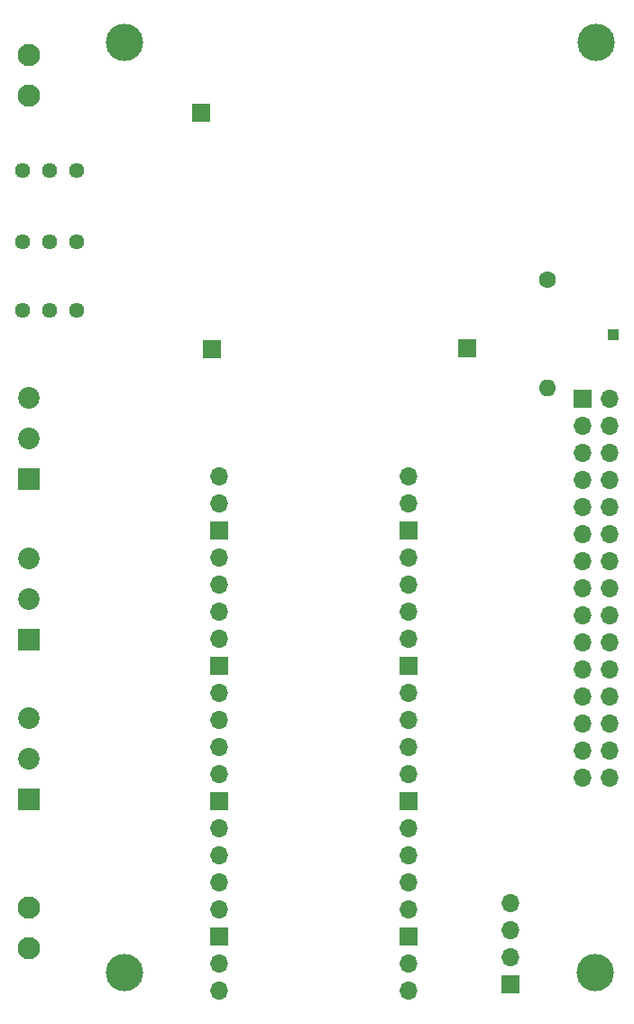
<source format=gbr>
%TF.GenerationSoftware,KiCad,Pcbnew,9.0.2*%
%TF.CreationDate,2025-06-13T11:02:27+10:00*%
%TF.ProjectId,v8_equip_monitor,76385f65-7175-4697-905f-6d6f6e69746f,rev?*%
%TF.SameCoordinates,Original*%
%TF.FileFunction,Soldermask,Bot*%
%TF.FilePolarity,Negative*%
%FSLAX46Y46*%
G04 Gerber Fmt 4.6, Leading zero omitted, Abs format (unit mm)*
G04 Created by KiCad (PCBNEW 9.0.2) date 2025-06-13 11:02:27*
%MOMM*%
%LPD*%
G01*
G04 APERTURE LIST*
%ADD10O,1.700000X1.700000*%
%ADD11R,1.700000X1.700000*%
%ADD12C,2.100000*%
%ADD13C,1.440000*%
%ADD14C,3.500000*%
%ADD15R,2.025000X2.025000*%
%ADD16C,2.025000*%
%ADD17C,1.600000*%
%ADD18O,1.600000X1.600000*%
%ADD19R,1.000000X1.000000*%
G04 APERTURE END LIST*
D10*
%TO.C,U2*%
X38658800Y-92964000D03*
X38658800Y-90424000D03*
D11*
X38658800Y-87884000D03*
D10*
X38658800Y-85344000D03*
X38658800Y-82804000D03*
X38658800Y-80264000D03*
X38658800Y-77724000D03*
D11*
X38658800Y-75184000D03*
D10*
X38658800Y-72644000D03*
X38658800Y-70104000D03*
X38658800Y-67564000D03*
X38658800Y-65024000D03*
D11*
X38658800Y-62484000D03*
D10*
X38658800Y-59944000D03*
X38658800Y-57404000D03*
X38658800Y-54864000D03*
X38658800Y-52324000D03*
D11*
X38658800Y-49784000D03*
D10*
X38658800Y-47244000D03*
X38658800Y-44704000D03*
X20878800Y-44704000D03*
X20878800Y-47244000D03*
D11*
X20878800Y-49784000D03*
D10*
X20878800Y-52324000D03*
X20878800Y-54864000D03*
X20878800Y-57404000D03*
X20878800Y-59944000D03*
D11*
X20878800Y-62484000D03*
D10*
X20878800Y-65024000D03*
X20878800Y-67564000D03*
X20878800Y-70104000D03*
X20878800Y-72644000D03*
D11*
X20878800Y-75184000D03*
D10*
X20878800Y-77724000D03*
X20878800Y-80264000D03*
X20878800Y-82804000D03*
X20878800Y-85344000D03*
D11*
X20878800Y-87884000D03*
D10*
X20878800Y-90424000D03*
X20878800Y-92964000D03*
%TD*%
D11*
%TO.C,J4*%
X20193000Y-32766000D03*
%TD*%
D12*
%TO.C,J9*%
X3000000Y-9000000D03*
X3000000Y-5190000D03*
%TD*%
D11*
%TO.C,J6*%
X19151600Y-10566400D03*
%TD*%
D13*
%TO.C,RV3*%
X7500000Y-16000000D03*
X4960000Y-16000000D03*
X2420000Y-16000000D03*
%TD*%
D14*
%TO.C,H1*%
X12000000Y-4007600D03*
%TD*%
D11*
%TO.C,J2*%
X44145200Y-32689800D03*
%TD*%
D15*
%TO.C,J3*%
X3000000Y-60000000D03*
D16*
X3000000Y-56190000D03*
X3000000Y-52380000D03*
%TD*%
D14*
%TO.C,H3*%
X56210200Y-4007600D03*
%TD*%
D11*
%TO.C,CON1*%
X48209200Y-92405200D03*
D10*
X48209200Y-89865200D03*
X48209200Y-87325200D03*
X48209200Y-84785200D03*
%TD*%
D17*
%TO.C,R20*%
X51663600Y-26263600D03*
D18*
X51663600Y-36423600D03*
%TD*%
D19*
%TO.C,TP1*%
X57861200Y-31419800D03*
%TD*%
D14*
%TO.C,H2*%
X56184800Y-91287600D03*
%TD*%
D12*
%TO.C,J7*%
X3000000Y-89000000D03*
X3000000Y-85190000D03*
%TD*%
D13*
%TO.C,RV1*%
X7500000Y-29133800D03*
X4960000Y-29133800D03*
X2420000Y-29133800D03*
%TD*%
D15*
%TO.C,J5*%
X3000000Y-45000000D03*
D16*
X3000000Y-41190000D03*
X3000000Y-37380000D03*
%TD*%
D14*
%TO.C,H4*%
X12000000Y-91236800D03*
%TD*%
D13*
%TO.C,RV2*%
X7500000Y-22683800D03*
X4960000Y-22683800D03*
X2420000Y-22683800D03*
%TD*%
D15*
%TO.C,J1*%
X3000000Y-75000000D03*
D16*
X3000000Y-71190000D03*
X3000000Y-67380000D03*
%TD*%
D11*
%TO.C,J8*%
X54991000Y-37465000D03*
D10*
X57531000Y-37465000D03*
X54991000Y-40005000D03*
X57531000Y-40005000D03*
X54991000Y-42545000D03*
X57531000Y-42545000D03*
X54991000Y-45085000D03*
X57531000Y-45085000D03*
X54991000Y-47625000D03*
X57531000Y-47625000D03*
X54991000Y-50165000D03*
X57531000Y-50165000D03*
X54991000Y-52705000D03*
X57531000Y-52705000D03*
X54991000Y-55245000D03*
X57531000Y-55245000D03*
X54991000Y-57785000D03*
X57531000Y-57785000D03*
X54991000Y-60325000D03*
X57531000Y-60325000D03*
X54991000Y-62865000D03*
X57531000Y-62865000D03*
X54991000Y-65405000D03*
X57531000Y-65405000D03*
X54991000Y-67945000D03*
X57531000Y-67945000D03*
X54991000Y-70485000D03*
X57531000Y-70485000D03*
X54991000Y-73025000D03*
X57531000Y-73025000D03*
%TD*%
M02*

</source>
